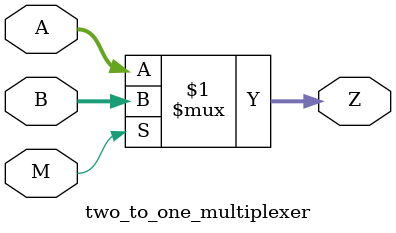
<source format=v>
`timescale 1ns / 1ps


module two_to_one_multiplexer(
    input [3:0] A,
    input [3:0] B,
    input M,
    output [3:0] Z
    );
    
    assign Z [3:0] = M? B [3:0] : A [3:0];
    
endmodule

</source>
